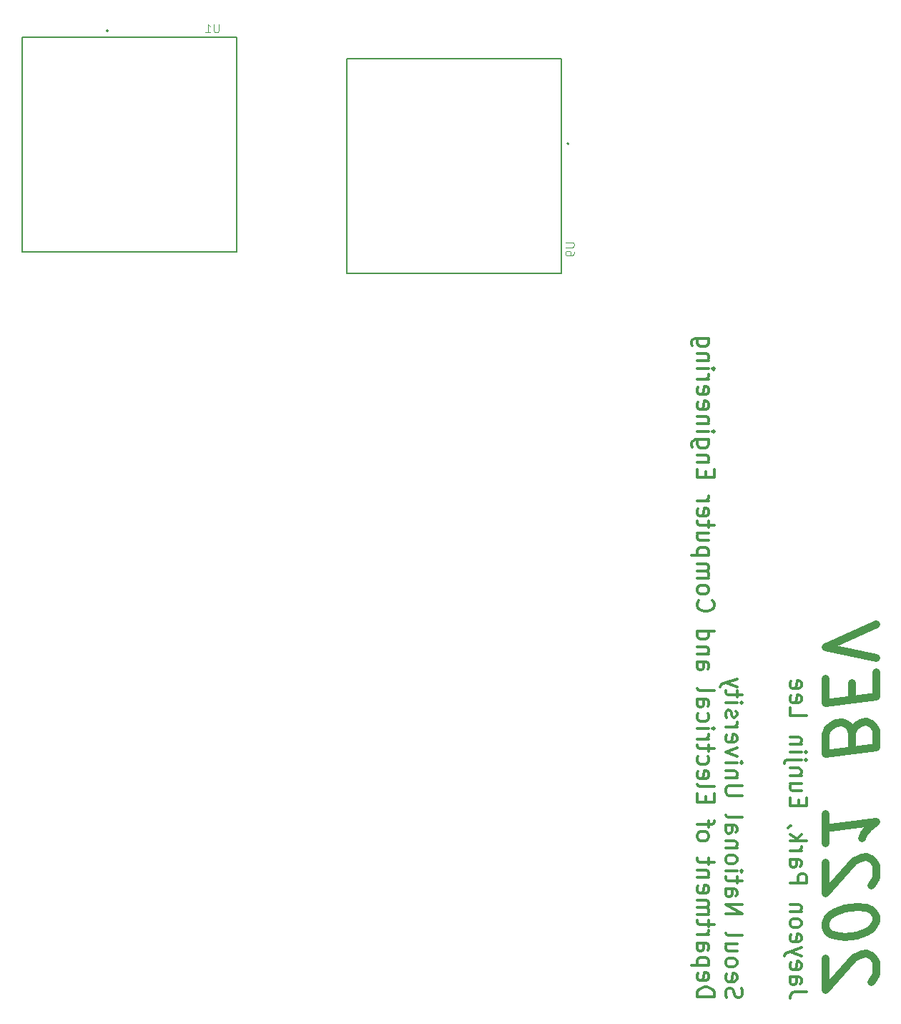
<source format=gbr>
%TF.GenerationSoftware,KiCad,Pcbnew,(5.1.8)-1*%
%TF.CreationDate,2021-03-22T22:31:27+09:00*%
%TF.ProjectId,inverter_IPM,696e7665-7274-4657-925f-49504d2e6b69,rev?*%
%TF.SameCoordinates,Original*%
%TF.FileFunction,Legend,Bot*%
%TF.FilePolarity,Positive*%
%FSLAX46Y46*%
G04 Gerber Fmt 4.6, Leading zero omitted, Abs format (unit mm)*
G04 Created by KiCad (PCBNEW (5.1.8)-1) date 2021-03-22 22:31:27*
%MOMM*%
%LPD*%
G01*
G04 APERTURE LIST*
%ADD10C,0.300000*%
%ADD11C,0.900000*%
%ADD12C,0.127000*%
%ADD13C,0.200000*%
%ADD14C,0.015000*%
G04 APERTURE END LIST*
D10*
X131429238Y-140870309D02*
X133429238Y-140870309D01*
X133429238Y-140394119D01*
X133334000Y-140108404D01*
X133143523Y-139917928D01*
X132953047Y-139822690D01*
X132572095Y-139727452D01*
X132286380Y-139727452D01*
X131905428Y-139822690D01*
X131714952Y-139917928D01*
X131524476Y-140108404D01*
X131429238Y-140394119D01*
X131429238Y-140870309D01*
X131524476Y-138108404D02*
X131429238Y-138298880D01*
X131429238Y-138679833D01*
X131524476Y-138870309D01*
X131714952Y-138965547D01*
X132476857Y-138965547D01*
X132667333Y-138870309D01*
X132762571Y-138679833D01*
X132762571Y-138298880D01*
X132667333Y-138108404D01*
X132476857Y-138013166D01*
X132286380Y-138013166D01*
X132095904Y-138965547D01*
X132762571Y-137156023D02*
X130762571Y-137156023D01*
X132667333Y-137156023D02*
X132762571Y-136965547D01*
X132762571Y-136584595D01*
X132667333Y-136394119D01*
X132572095Y-136298880D01*
X132381619Y-136203642D01*
X131810190Y-136203642D01*
X131619714Y-136298880D01*
X131524476Y-136394119D01*
X131429238Y-136584595D01*
X131429238Y-136965547D01*
X131524476Y-137156023D01*
X131429238Y-134489357D02*
X132476857Y-134489357D01*
X132667333Y-134584595D01*
X132762571Y-134775071D01*
X132762571Y-135156023D01*
X132667333Y-135346500D01*
X131524476Y-134489357D02*
X131429238Y-134679833D01*
X131429238Y-135156023D01*
X131524476Y-135346500D01*
X131714952Y-135441738D01*
X131905428Y-135441738D01*
X132095904Y-135346500D01*
X132191142Y-135156023D01*
X132191142Y-134679833D01*
X132286380Y-134489357D01*
X131429238Y-133536976D02*
X132762571Y-133536976D01*
X132381619Y-133536976D02*
X132572095Y-133441738D01*
X132667333Y-133346500D01*
X132762571Y-133156023D01*
X132762571Y-132965547D01*
X132762571Y-132584595D02*
X132762571Y-131822690D01*
X133429238Y-132298880D02*
X131714952Y-132298880D01*
X131524476Y-132203642D01*
X131429238Y-132013166D01*
X131429238Y-131822690D01*
X131429238Y-131156023D02*
X132762571Y-131156023D01*
X132572095Y-131156023D02*
X132667333Y-131060785D01*
X132762571Y-130870309D01*
X132762571Y-130584595D01*
X132667333Y-130394119D01*
X132476857Y-130298880D01*
X131429238Y-130298880D01*
X132476857Y-130298880D02*
X132667333Y-130203642D01*
X132762571Y-130013166D01*
X132762571Y-129727452D01*
X132667333Y-129536976D01*
X132476857Y-129441738D01*
X131429238Y-129441738D01*
X131524476Y-127727452D02*
X131429238Y-127917928D01*
X131429238Y-128298880D01*
X131524476Y-128489357D01*
X131714952Y-128584595D01*
X132476857Y-128584595D01*
X132667333Y-128489357D01*
X132762571Y-128298880D01*
X132762571Y-127917928D01*
X132667333Y-127727452D01*
X132476857Y-127632214D01*
X132286380Y-127632214D01*
X132095904Y-128584595D01*
X132762571Y-126775071D02*
X131429238Y-126775071D01*
X132572095Y-126775071D02*
X132667333Y-126679833D01*
X132762571Y-126489357D01*
X132762571Y-126203642D01*
X132667333Y-126013166D01*
X132476857Y-125917928D01*
X131429238Y-125917928D01*
X132762571Y-125251261D02*
X132762571Y-124489357D01*
X133429238Y-124965547D02*
X131714952Y-124965547D01*
X131524476Y-124870309D01*
X131429238Y-124679833D01*
X131429238Y-124489357D01*
X131429238Y-122013166D02*
X131524476Y-122203642D01*
X131619714Y-122298880D01*
X131810190Y-122394119D01*
X132381619Y-122394119D01*
X132572095Y-122298880D01*
X132667333Y-122203642D01*
X132762571Y-122013166D01*
X132762571Y-121727452D01*
X132667333Y-121536976D01*
X132572095Y-121441738D01*
X132381619Y-121346500D01*
X131810190Y-121346500D01*
X131619714Y-121441738D01*
X131524476Y-121536976D01*
X131429238Y-121727452D01*
X131429238Y-122013166D01*
X132762571Y-120775071D02*
X132762571Y-120013166D01*
X131429238Y-120489357D02*
X133143523Y-120489357D01*
X133334000Y-120394119D01*
X133429238Y-120203642D01*
X133429238Y-120013166D01*
X132476857Y-117822690D02*
X132476857Y-117156023D01*
X131429238Y-116870309D02*
X131429238Y-117822690D01*
X133429238Y-117822690D01*
X133429238Y-116870309D01*
X131429238Y-115727452D02*
X131524476Y-115917928D01*
X131714952Y-116013166D01*
X133429238Y-116013166D01*
X131524476Y-114203642D02*
X131429238Y-114394119D01*
X131429238Y-114775071D01*
X131524476Y-114965547D01*
X131714952Y-115060785D01*
X132476857Y-115060785D01*
X132667333Y-114965547D01*
X132762571Y-114775071D01*
X132762571Y-114394119D01*
X132667333Y-114203642D01*
X132476857Y-114108404D01*
X132286380Y-114108404D01*
X132095904Y-115060785D01*
X131524476Y-112394119D02*
X131429238Y-112584595D01*
X131429238Y-112965547D01*
X131524476Y-113156023D01*
X131619714Y-113251261D01*
X131810190Y-113346500D01*
X132381619Y-113346500D01*
X132572095Y-113251261D01*
X132667333Y-113156023D01*
X132762571Y-112965547D01*
X132762571Y-112584595D01*
X132667333Y-112394119D01*
X132762571Y-111822690D02*
X132762571Y-111060785D01*
X133429238Y-111536976D02*
X131714952Y-111536976D01*
X131524476Y-111441738D01*
X131429238Y-111251261D01*
X131429238Y-111060785D01*
X131429238Y-110394119D02*
X132762571Y-110394119D01*
X132381619Y-110394119D02*
X132572095Y-110298880D01*
X132667333Y-110203642D01*
X132762571Y-110013166D01*
X132762571Y-109822690D01*
X131429238Y-109156023D02*
X132762571Y-109156023D01*
X133429238Y-109156023D02*
X133334000Y-109251261D01*
X133238761Y-109156023D01*
X133334000Y-109060785D01*
X133429238Y-109156023D01*
X133238761Y-109156023D01*
X131524476Y-107346500D02*
X131429238Y-107536976D01*
X131429238Y-107917928D01*
X131524476Y-108108404D01*
X131619714Y-108203642D01*
X131810190Y-108298880D01*
X132381619Y-108298880D01*
X132572095Y-108203642D01*
X132667333Y-108108404D01*
X132762571Y-107917928D01*
X132762571Y-107536976D01*
X132667333Y-107346500D01*
X131429238Y-105632214D02*
X132476857Y-105632214D01*
X132667333Y-105727452D01*
X132762571Y-105917928D01*
X132762571Y-106298880D01*
X132667333Y-106489357D01*
X131524476Y-105632214D02*
X131429238Y-105822690D01*
X131429238Y-106298880D01*
X131524476Y-106489357D01*
X131714952Y-106584595D01*
X131905428Y-106584595D01*
X132095904Y-106489357D01*
X132191142Y-106298880D01*
X132191142Y-105822690D01*
X132286380Y-105632214D01*
X131429238Y-104394119D02*
X131524476Y-104584595D01*
X131714952Y-104679833D01*
X133429238Y-104679833D01*
X131429238Y-101251261D02*
X132476857Y-101251261D01*
X132667333Y-101346500D01*
X132762571Y-101536976D01*
X132762571Y-101917928D01*
X132667333Y-102108404D01*
X131524476Y-101251261D02*
X131429238Y-101441738D01*
X131429238Y-101917928D01*
X131524476Y-102108404D01*
X131714952Y-102203642D01*
X131905428Y-102203642D01*
X132095904Y-102108404D01*
X132191142Y-101917928D01*
X132191142Y-101441738D01*
X132286380Y-101251261D01*
X132762571Y-100298880D02*
X131429238Y-100298880D01*
X132572095Y-100298880D02*
X132667333Y-100203642D01*
X132762571Y-100013166D01*
X132762571Y-99727452D01*
X132667333Y-99536976D01*
X132476857Y-99441738D01*
X131429238Y-99441738D01*
X131429238Y-97632214D02*
X133429238Y-97632214D01*
X131524476Y-97632214D02*
X131429238Y-97822690D01*
X131429238Y-98203642D01*
X131524476Y-98394119D01*
X131619714Y-98489357D01*
X131810190Y-98584595D01*
X132381619Y-98584595D01*
X132572095Y-98489357D01*
X132667333Y-98394119D01*
X132762571Y-98203642D01*
X132762571Y-97822690D01*
X132667333Y-97632214D01*
X131619714Y-94013166D02*
X131524476Y-94108404D01*
X131429238Y-94394119D01*
X131429238Y-94584595D01*
X131524476Y-94870309D01*
X131714952Y-95060785D01*
X131905428Y-95156023D01*
X132286380Y-95251261D01*
X132572095Y-95251261D01*
X132953047Y-95156023D01*
X133143523Y-95060785D01*
X133334000Y-94870309D01*
X133429238Y-94584595D01*
X133429238Y-94394119D01*
X133334000Y-94108404D01*
X133238761Y-94013166D01*
X131429238Y-92870309D02*
X131524476Y-93060785D01*
X131619714Y-93156023D01*
X131810190Y-93251261D01*
X132381619Y-93251261D01*
X132572095Y-93156023D01*
X132667333Y-93060785D01*
X132762571Y-92870309D01*
X132762571Y-92584595D01*
X132667333Y-92394119D01*
X132572095Y-92298880D01*
X132381619Y-92203642D01*
X131810190Y-92203642D01*
X131619714Y-92298880D01*
X131524476Y-92394119D01*
X131429238Y-92584595D01*
X131429238Y-92870309D01*
X131429238Y-91346500D02*
X132762571Y-91346500D01*
X132572095Y-91346500D02*
X132667333Y-91251261D01*
X132762571Y-91060785D01*
X132762571Y-90775071D01*
X132667333Y-90584595D01*
X132476857Y-90489357D01*
X131429238Y-90489357D01*
X132476857Y-90489357D02*
X132667333Y-90394119D01*
X132762571Y-90203642D01*
X132762571Y-89917928D01*
X132667333Y-89727452D01*
X132476857Y-89632214D01*
X131429238Y-89632214D01*
X132762571Y-88679833D02*
X130762571Y-88679833D01*
X132667333Y-88679833D02*
X132762571Y-88489357D01*
X132762571Y-88108404D01*
X132667333Y-87917928D01*
X132572095Y-87822690D01*
X132381619Y-87727452D01*
X131810190Y-87727452D01*
X131619714Y-87822690D01*
X131524476Y-87917928D01*
X131429238Y-88108404D01*
X131429238Y-88489357D01*
X131524476Y-88679833D01*
X132762571Y-86013166D02*
X131429238Y-86013166D01*
X132762571Y-86870309D02*
X131714952Y-86870309D01*
X131524476Y-86775071D01*
X131429238Y-86584595D01*
X131429238Y-86298880D01*
X131524476Y-86108404D01*
X131619714Y-86013166D01*
X132762571Y-85346500D02*
X132762571Y-84584595D01*
X133429238Y-85060785D02*
X131714952Y-85060785D01*
X131524476Y-84965547D01*
X131429238Y-84775071D01*
X131429238Y-84584595D01*
X131524476Y-83156023D02*
X131429238Y-83346500D01*
X131429238Y-83727452D01*
X131524476Y-83917928D01*
X131714952Y-84013166D01*
X132476857Y-84013166D01*
X132667333Y-83917928D01*
X132762571Y-83727452D01*
X132762571Y-83346500D01*
X132667333Y-83156023D01*
X132476857Y-83060785D01*
X132286380Y-83060785D01*
X132095904Y-84013166D01*
X131429238Y-82203642D02*
X132762571Y-82203642D01*
X132381619Y-82203642D02*
X132572095Y-82108404D01*
X132667333Y-82013166D01*
X132762571Y-81822690D01*
X132762571Y-81632214D01*
X132476857Y-79441738D02*
X132476857Y-78775071D01*
X131429238Y-78489357D02*
X131429238Y-79441738D01*
X133429238Y-79441738D01*
X133429238Y-78489357D01*
X132762571Y-77632214D02*
X131429238Y-77632214D01*
X132572095Y-77632214D02*
X132667333Y-77536976D01*
X132762571Y-77346500D01*
X132762571Y-77060785D01*
X132667333Y-76870309D01*
X132476857Y-76775071D01*
X131429238Y-76775071D01*
X132762571Y-74965547D02*
X131143523Y-74965547D01*
X130953047Y-75060785D01*
X130857809Y-75156023D01*
X130762571Y-75346500D01*
X130762571Y-75632214D01*
X130857809Y-75822690D01*
X131524476Y-74965547D02*
X131429238Y-75156023D01*
X131429238Y-75536976D01*
X131524476Y-75727452D01*
X131619714Y-75822690D01*
X131810190Y-75917928D01*
X132381619Y-75917928D01*
X132572095Y-75822690D01*
X132667333Y-75727452D01*
X132762571Y-75536976D01*
X132762571Y-75156023D01*
X132667333Y-74965547D01*
X131429238Y-74013166D02*
X132762571Y-74013166D01*
X133429238Y-74013166D02*
X133334000Y-74108404D01*
X133238761Y-74013166D01*
X133334000Y-73917928D01*
X133429238Y-74013166D01*
X133238761Y-74013166D01*
X132762571Y-73060785D02*
X131429238Y-73060785D01*
X132572095Y-73060785D02*
X132667333Y-72965547D01*
X132762571Y-72775071D01*
X132762571Y-72489357D01*
X132667333Y-72298880D01*
X132476857Y-72203642D01*
X131429238Y-72203642D01*
X131524476Y-70489357D02*
X131429238Y-70679833D01*
X131429238Y-71060785D01*
X131524476Y-71251261D01*
X131714952Y-71346500D01*
X132476857Y-71346500D01*
X132667333Y-71251261D01*
X132762571Y-71060785D01*
X132762571Y-70679833D01*
X132667333Y-70489357D01*
X132476857Y-70394119D01*
X132286380Y-70394119D01*
X132095904Y-71346500D01*
X131524476Y-68775071D02*
X131429238Y-68965547D01*
X131429238Y-69346500D01*
X131524476Y-69536976D01*
X131714952Y-69632214D01*
X132476857Y-69632214D01*
X132667333Y-69536976D01*
X132762571Y-69346500D01*
X132762571Y-68965547D01*
X132667333Y-68775071D01*
X132476857Y-68679833D01*
X132286380Y-68679833D01*
X132095904Y-69632214D01*
X131429238Y-67822690D02*
X132762571Y-67822690D01*
X132381619Y-67822690D02*
X132572095Y-67727452D01*
X132667333Y-67632214D01*
X132762571Y-67441738D01*
X132762571Y-67251261D01*
X131429238Y-66584595D02*
X132762571Y-66584595D01*
X133429238Y-66584595D02*
X133334000Y-66679833D01*
X133238761Y-66584595D01*
X133334000Y-66489357D01*
X133429238Y-66584595D01*
X133238761Y-66584595D01*
X132762571Y-65632214D02*
X131429238Y-65632214D01*
X132572095Y-65632214D02*
X132667333Y-65536976D01*
X132762571Y-65346500D01*
X132762571Y-65060785D01*
X132667333Y-64870309D01*
X132476857Y-64775071D01*
X131429238Y-64775071D01*
X132762571Y-62965547D02*
X131143523Y-62965547D01*
X130953047Y-63060785D01*
X130857809Y-63156023D01*
X130762571Y-63346500D01*
X130762571Y-63632214D01*
X130857809Y-63822690D01*
X131524476Y-62965547D02*
X131429238Y-63156023D01*
X131429238Y-63536976D01*
X131524476Y-63727452D01*
X131619714Y-63822690D01*
X131810190Y-63917928D01*
X132381619Y-63917928D01*
X132572095Y-63822690D01*
X132667333Y-63727452D01*
X132762571Y-63536976D01*
X132762571Y-63156023D01*
X132667333Y-62965547D01*
X134889976Y-140965547D02*
X134794738Y-140679833D01*
X134794738Y-140203642D01*
X134889976Y-140013166D01*
X134985214Y-139917928D01*
X135175690Y-139822690D01*
X135366166Y-139822690D01*
X135556642Y-139917928D01*
X135651880Y-140013166D01*
X135747119Y-140203642D01*
X135842357Y-140584595D01*
X135937595Y-140775071D01*
X136032833Y-140870309D01*
X136223309Y-140965547D01*
X136413785Y-140965547D01*
X136604261Y-140870309D01*
X136699500Y-140775071D01*
X136794738Y-140584595D01*
X136794738Y-140108404D01*
X136699500Y-139822690D01*
X134889976Y-138203642D02*
X134794738Y-138394119D01*
X134794738Y-138775071D01*
X134889976Y-138965547D01*
X135080452Y-139060785D01*
X135842357Y-139060785D01*
X136032833Y-138965547D01*
X136128071Y-138775071D01*
X136128071Y-138394119D01*
X136032833Y-138203642D01*
X135842357Y-138108404D01*
X135651880Y-138108404D01*
X135461404Y-139060785D01*
X134794738Y-136965547D02*
X134889976Y-137156023D01*
X134985214Y-137251261D01*
X135175690Y-137346500D01*
X135747119Y-137346500D01*
X135937595Y-137251261D01*
X136032833Y-137156023D01*
X136128071Y-136965547D01*
X136128071Y-136679833D01*
X136032833Y-136489357D01*
X135937595Y-136394119D01*
X135747119Y-136298880D01*
X135175690Y-136298880D01*
X134985214Y-136394119D01*
X134889976Y-136489357D01*
X134794738Y-136679833D01*
X134794738Y-136965547D01*
X136128071Y-134584595D02*
X134794738Y-134584595D01*
X136128071Y-135441738D02*
X135080452Y-135441738D01*
X134889976Y-135346500D01*
X134794738Y-135156023D01*
X134794738Y-134870309D01*
X134889976Y-134679833D01*
X134985214Y-134584595D01*
X134794738Y-133346500D02*
X134889976Y-133536976D01*
X135080452Y-133632214D01*
X136794738Y-133632214D01*
X134794738Y-131060785D02*
X136794738Y-131060785D01*
X134794738Y-129917928D01*
X136794738Y-129917928D01*
X134794738Y-128108404D02*
X135842357Y-128108404D01*
X136032833Y-128203642D01*
X136128071Y-128394119D01*
X136128071Y-128775071D01*
X136032833Y-128965547D01*
X134889976Y-128108404D02*
X134794738Y-128298880D01*
X134794738Y-128775071D01*
X134889976Y-128965547D01*
X135080452Y-129060785D01*
X135270928Y-129060785D01*
X135461404Y-128965547D01*
X135556642Y-128775071D01*
X135556642Y-128298880D01*
X135651880Y-128108404D01*
X136128071Y-127441738D02*
X136128071Y-126679833D01*
X136794738Y-127156023D02*
X135080452Y-127156023D01*
X134889976Y-127060785D01*
X134794738Y-126870309D01*
X134794738Y-126679833D01*
X134794738Y-126013166D02*
X136128071Y-126013166D01*
X136794738Y-126013166D02*
X136699500Y-126108404D01*
X136604261Y-126013166D01*
X136699500Y-125917928D01*
X136794738Y-126013166D01*
X136604261Y-126013166D01*
X134794738Y-124775071D02*
X134889976Y-124965547D01*
X134985214Y-125060785D01*
X135175690Y-125156023D01*
X135747119Y-125156023D01*
X135937595Y-125060785D01*
X136032833Y-124965547D01*
X136128071Y-124775071D01*
X136128071Y-124489357D01*
X136032833Y-124298880D01*
X135937595Y-124203642D01*
X135747119Y-124108404D01*
X135175690Y-124108404D01*
X134985214Y-124203642D01*
X134889976Y-124298880D01*
X134794738Y-124489357D01*
X134794738Y-124775071D01*
X136128071Y-123251261D02*
X134794738Y-123251261D01*
X135937595Y-123251261D02*
X136032833Y-123156023D01*
X136128071Y-122965547D01*
X136128071Y-122679833D01*
X136032833Y-122489357D01*
X135842357Y-122394119D01*
X134794738Y-122394119D01*
X134794738Y-120584595D02*
X135842357Y-120584595D01*
X136032833Y-120679833D01*
X136128071Y-120870309D01*
X136128071Y-121251261D01*
X136032833Y-121441738D01*
X134889976Y-120584595D02*
X134794738Y-120775071D01*
X134794738Y-121251261D01*
X134889976Y-121441738D01*
X135080452Y-121536976D01*
X135270928Y-121536976D01*
X135461404Y-121441738D01*
X135556642Y-121251261D01*
X135556642Y-120775071D01*
X135651880Y-120584595D01*
X134794738Y-119346500D02*
X134889976Y-119536976D01*
X135080452Y-119632214D01*
X136794738Y-119632214D01*
X136794738Y-117060785D02*
X135175690Y-117060785D01*
X134985214Y-116965547D01*
X134889976Y-116870309D01*
X134794738Y-116679833D01*
X134794738Y-116298880D01*
X134889976Y-116108404D01*
X134985214Y-116013166D01*
X135175690Y-115917928D01*
X136794738Y-115917928D01*
X136128071Y-114965547D02*
X134794738Y-114965547D01*
X135937595Y-114965547D02*
X136032833Y-114870309D01*
X136128071Y-114679833D01*
X136128071Y-114394119D01*
X136032833Y-114203642D01*
X135842357Y-114108404D01*
X134794738Y-114108404D01*
X134794738Y-113156023D02*
X136128071Y-113156023D01*
X136794738Y-113156023D02*
X136699500Y-113251261D01*
X136604261Y-113156023D01*
X136699500Y-113060785D01*
X136794738Y-113156023D01*
X136604261Y-113156023D01*
X136128071Y-112394119D02*
X134794738Y-111917928D01*
X136128071Y-111441738D01*
X134889976Y-109917928D02*
X134794738Y-110108404D01*
X134794738Y-110489357D01*
X134889976Y-110679833D01*
X135080452Y-110775071D01*
X135842357Y-110775071D01*
X136032833Y-110679833D01*
X136128071Y-110489357D01*
X136128071Y-110108404D01*
X136032833Y-109917928D01*
X135842357Y-109822690D01*
X135651880Y-109822690D01*
X135461404Y-110775071D01*
X134794738Y-108965547D02*
X136128071Y-108965547D01*
X135747119Y-108965547D02*
X135937595Y-108870309D01*
X136032833Y-108775071D01*
X136128071Y-108584595D01*
X136128071Y-108394119D01*
X134889976Y-107822690D02*
X134794738Y-107632214D01*
X134794738Y-107251261D01*
X134889976Y-107060785D01*
X135080452Y-106965547D01*
X135175690Y-106965547D01*
X135366166Y-107060785D01*
X135461404Y-107251261D01*
X135461404Y-107536976D01*
X135556642Y-107727452D01*
X135747119Y-107822690D01*
X135842357Y-107822690D01*
X136032833Y-107727452D01*
X136128071Y-107536976D01*
X136128071Y-107251261D01*
X136032833Y-107060785D01*
X134794738Y-106108404D02*
X136128071Y-106108404D01*
X136794738Y-106108404D02*
X136699500Y-106203642D01*
X136604261Y-106108404D01*
X136699500Y-106013166D01*
X136794738Y-106108404D01*
X136604261Y-106108404D01*
X136128071Y-105441738D02*
X136128071Y-104679833D01*
X136794738Y-105156023D02*
X135080452Y-105156023D01*
X134889976Y-105060785D01*
X134794738Y-104870309D01*
X134794738Y-104679833D01*
X136128071Y-104203642D02*
X134794738Y-103727452D01*
X136128071Y-103251261D02*
X134794738Y-103727452D01*
X134318547Y-103917928D01*
X134223309Y-104013166D01*
X134128071Y-104203642D01*
X144414738Y-140298880D02*
X142986166Y-140298880D01*
X142700452Y-140394119D01*
X142509976Y-140584595D01*
X142414738Y-140870309D01*
X142414738Y-141060785D01*
X142414738Y-138489357D02*
X143462357Y-138489357D01*
X143652833Y-138584595D01*
X143748071Y-138775071D01*
X143748071Y-139156023D01*
X143652833Y-139346500D01*
X142509976Y-138489357D02*
X142414738Y-138679833D01*
X142414738Y-139156023D01*
X142509976Y-139346500D01*
X142700452Y-139441738D01*
X142890928Y-139441738D01*
X143081404Y-139346500D01*
X143176642Y-139156023D01*
X143176642Y-138679833D01*
X143271880Y-138489357D01*
X142509976Y-136775071D02*
X142414738Y-136965547D01*
X142414738Y-137346500D01*
X142509976Y-137536976D01*
X142700452Y-137632214D01*
X143462357Y-137632214D01*
X143652833Y-137536976D01*
X143748071Y-137346500D01*
X143748071Y-136965547D01*
X143652833Y-136775071D01*
X143462357Y-136679833D01*
X143271880Y-136679833D01*
X143081404Y-137632214D01*
X143748071Y-136013166D02*
X142414738Y-135536976D01*
X143748071Y-135060785D02*
X142414738Y-135536976D01*
X141938547Y-135727452D01*
X141843309Y-135822690D01*
X141748071Y-136013166D01*
X142509976Y-133536976D02*
X142414738Y-133727452D01*
X142414738Y-134108404D01*
X142509976Y-134298880D01*
X142700452Y-134394119D01*
X143462357Y-134394119D01*
X143652833Y-134298880D01*
X143748071Y-134108404D01*
X143748071Y-133727452D01*
X143652833Y-133536976D01*
X143462357Y-133441738D01*
X143271880Y-133441738D01*
X143081404Y-134394119D01*
X142414738Y-132298880D02*
X142509976Y-132489357D01*
X142605214Y-132584595D01*
X142795690Y-132679833D01*
X143367119Y-132679833D01*
X143557595Y-132584595D01*
X143652833Y-132489357D01*
X143748071Y-132298880D01*
X143748071Y-132013166D01*
X143652833Y-131822690D01*
X143557595Y-131727452D01*
X143367119Y-131632214D01*
X142795690Y-131632214D01*
X142605214Y-131727452D01*
X142509976Y-131822690D01*
X142414738Y-132013166D01*
X142414738Y-132298880D01*
X143748071Y-130775071D02*
X142414738Y-130775071D01*
X143557595Y-130775071D02*
X143652833Y-130679833D01*
X143748071Y-130489357D01*
X143748071Y-130203642D01*
X143652833Y-130013166D01*
X143462357Y-129917928D01*
X142414738Y-129917928D01*
X142414738Y-127441738D02*
X144414738Y-127441738D01*
X144414738Y-126679833D01*
X144319500Y-126489357D01*
X144224261Y-126394119D01*
X144033785Y-126298880D01*
X143748071Y-126298880D01*
X143557595Y-126394119D01*
X143462357Y-126489357D01*
X143367119Y-126679833D01*
X143367119Y-127441738D01*
X142414738Y-124584595D02*
X143462357Y-124584595D01*
X143652833Y-124679833D01*
X143748071Y-124870309D01*
X143748071Y-125251261D01*
X143652833Y-125441738D01*
X142509976Y-124584595D02*
X142414738Y-124775071D01*
X142414738Y-125251261D01*
X142509976Y-125441738D01*
X142700452Y-125536976D01*
X142890928Y-125536976D01*
X143081404Y-125441738D01*
X143176642Y-125251261D01*
X143176642Y-124775071D01*
X143271880Y-124584595D01*
X142414738Y-123632214D02*
X143748071Y-123632214D01*
X143367119Y-123632214D02*
X143557595Y-123536976D01*
X143652833Y-123441738D01*
X143748071Y-123251261D01*
X143748071Y-123060785D01*
X142414738Y-122394119D02*
X144414738Y-122394119D01*
X143176642Y-122203642D02*
X142414738Y-121632214D01*
X143748071Y-121632214D02*
X142986166Y-122394119D01*
X142509976Y-120679833D02*
X142414738Y-120679833D01*
X142224261Y-120775071D01*
X142129023Y-120870309D01*
X143462357Y-118298880D02*
X143462357Y-117632214D01*
X142414738Y-117346500D02*
X142414738Y-118298880D01*
X144414738Y-118298880D01*
X144414738Y-117346500D01*
X143748071Y-115632214D02*
X142414738Y-115632214D01*
X143748071Y-116489357D02*
X142700452Y-116489357D01*
X142509976Y-116394119D01*
X142414738Y-116203642D01*
X142414738Y-115917928D01*
X142509976Y-115727452D01*
X142605214Y-115632214D01*
X143748071Y-114679833D02*
X142414738Y-114679833D01*
X143557595Y-114679833D02*
X143652833Y-114584595D01*
X143748071Y-114394119D01*
X143748071Y-114108404D01*
X143652833Y-113917928D01*
X143462357Y-113822690D01*
X142414738Y-113822690D01*
X143748071Y-112870309D02*
X142033785Y-112870309D01*
X141843309Y-112965547D01*
X141748071Y-113156023D01*
X141748071Y-113251261D01*
X144414738Y-112870309D02*
X144319500Y-112965547D01*
X144224261Y-112870309D01*
X144319500Y-112775071D01*
X144414738Y-112870309D01*
X144224261Y-112870309D01*
X142414738Y-111917928D02*
X143748071Y-111917928D01*
X144414738Y-111917928D02*
X144319500Y-112013166D01*
X144224261Y-111917928D01*
X144319500Y-111822690D01*
X144414738Y-111917928D01*
X144224261Y-111917928D01*
X143748071Y-110965547D02*
X142414738Y-110965547D01*
X143557595Y-110965547D02*
X143652833Y-110870309D01*
X143748071Y-110679833D01*
X143748071Y-110394119D01*
X143652833Y-110203642D01*
X143462357Y-110108404D01*
X142414738Y-110108404D01*
X142414738Y-106679833D02*
X142414738Y-107632214D01*
X144414738Y-107632214D01*
X142509976Y-105251261D02*
X142414738Y-105441738D01*
X142414738Y-105822690D01*
X142509976Y-106013166D01*
X142700452Y-106108404D01*
X143462357Y-106108404D01*
X143652833Y-106013166D01*
X143748071Y-105822690D01*
X143748071Y-105441738D01*
X143652833Y-105251261D01*
X143462357Y-105156023D01*
X143271880Y-105156023D01*
X143081404Y-106108404D01*
X142509976Y-103536976D02*
X142414738Y-103727452D01*
X142414738Y-104108404D01*
X142509976Y-104298880D01*
X142700452Y-104394119D01*
X143462357Y-104394119D01*
X143652833Y-104298880D01*
X143748071Y-104108404D01*
X143748071Y-103727452D01*
X143652833Y-103536976D01*
X143462357Y-103441738D01*
X143271880Y-103441738D01*
X143081404Y-104394119D01*
D11*
X152002785Y-139099357D02*
X152288500Y-138777928D01*
X152574214Y-138170785D01*
X152574214Y-136742214D01*
X152288500Y-136206500D01*
X152002785Y-135956500D01*
X151431357Y-135742214D01*
X150859928Y-135813642D01*
X150002785Y-136206500D01*
X146574214Y-140063642D01*
X146574214Y-136349357D01*
X152574214Y-131885071D02*
X152574214Y-131313642D01*
X152288500Y-130777928D01*
X152002785Y-130527928D01*
X151431357Y-130313642D01*
X150288500Y-130170785D01*
X148859928Y-130349357D01*
X147717071Y-130777928D01*
X147145642Y-131135071D01*
X146859928Y-131456500D01*
X146574214Y-132063642D01*
X146574214Y-132635071D01*
X146859928Y-133170785D01*
X147145642Y-133420785D01*
X147717071Y-133635071D01*
X148859928Y-133777928D01*
X150288500Y-133599357D01*
X151431357Y-133170785D01*
X152002785Y-132813642D01*
X152288500Y-132492214D01*
X152574214Y-131885071D01*
X152002785Y-127670785D02*
X152288500Y-127349357D01*
X152574214Y-126742214D01*
X152574214Y-125313642D01*
X152288500Y-124777928D01*
X152002785Y-124527928D01*
X151431357Y-124313642D01*
X150859928Y-124385071D01*
X150002785Y-124777928D01*
X146574214Y-128635071D01*
X146574214Y-124920785D01*
X146574214Y-119206500D02*
X146574214Y-122635071D01*
X146574214Y-120920785D02*
X152574214Y-120170785D01*
X151717071Y-120849357D01*
X151145642Y-121492214D01*
X150859928Y-122099357D01*
X149717071Y-109670785D02*
X149431357Y-108849357D01*
X149145642Y-108599357D01*
X148574214Y-108385071D01*
X147717071Y-108492214D01*
X147145642Y-108849357D01*
X146859928Y-109170785D01*
X146574214Y-109777928D01*
X146574214Y-112063642D01*
X152574214Y-111313642D01*
X152574214Y-109313642D01*
X152288500Y-108777928D01*
X152002785Y-108527928D01*
X151431357Y-108313642D01*
X150859928Y-108385071D01*
X150288500Y-108742214D01*
X150002785Y-109063642D01*
X149717071Y-109670785D01*
X149717071Y-111670785D01*
X149717071Y-105670785D02*
X149717071Y-103670785D01*
X146574214Y-103206500D02*
X146574214Y-106063642D01*
X152574214Y-105313642D01*
X152574214Y-102456500D01*
X152574214Y-100742214D02*
X146574214Y-99492214D01*
X152574214Y-96742214D01*
D12*
%TO.C,U9*%
X89916000Y-55245000D02*
X115316000Y-55245000D01*
X115316000Y-55245000D02*
X115316000Y-29845000D01*
X115316000Y-29845000D02*
X89916000Y-29845000D01*
X89916000Y-29845000D02*
X89916000Y-55245000D01*
D13*
X116216000Y-39945000D02*
G75*
G03*
X116216000Y-39945000I-100000J0D01*
G01*
D12*
%TO.C,U1*%
X76873100Y-52781200D02*
X76873100Y-27381200D01*
X76873100Y-27381200D02*
X51473100Y-27381200D01*
X51473100Y-27381200D02*
X51473100Y-52781200D01*
X51473100Y-52781200D02*
X76873100Y-52781200D01*
D13*
X61673100Y-26581200D02*
G75*
G03*
X61673100Y-26581200I-100000J0D01*
G01*
%TO.C,U9*%
D14*
X115823212Y-51621843D02*
X116633960Y-51621843D01*
X116729342Y-51669534D01*
X116777033Y-51717225D01*
X116824724Y-51812607D01*
X116824724Y-52003371D01*
X116777033Y-52098753D01*
X116729342Y-52146444D01*
X116633960Y-52194135D01*
X115823212Y-52194135D01*
X116824724Y-52718737D02*
X116824724Y-52909501D01*
X116777033Y-53004883D01*
X116729342Y-53052574D01*
X116586269Y-53147956D01*
X116395505Y-53195647D01*
X116013977Y-53195647D01*
X115918595Y-53147956D01*
X115870904Y-53100265D01*
X115823212Y-53004883D01*
X115823212Y-52814119D01*
X115870904Y-52718737D01*
X115918595Y-52671046D01*
X116013977Y-52623355D01*
X116252432Y-52623355D01*
X116347814Y-52671046D01*
X116395505Y-52718737D01*
X116443196Y-52814119D01*
X116443196Y-53004883D01*
X116395505Y-53100265D01*
X116347814Y-53147956D01*
X116252432Y-53195647D01*
%TO.C,U1*%
X74776704Y-25776018D02*
X74776704Y-26586817D01*
X74729010Y-26682205D01*
X74681316Y-26729899D01*
X74585928Y-26777593D01*
X74395152Y-26777593D01*
X74299764Y-26729899D01*
X74252070Y-26682205D01*
X74204376Y-26586817D01*
X74204376Y-25776018D01*
X73202801Y-26777593D02*
X73775129Y-26777593D01*
X73488965Y-26777593D02*
X73488965Y-25776018D01*
X73584353Y-25919100D01*
X73679741Y-26014488D01*
X73775129Y-26062182D01*
%TD*%
M02*

</source>
